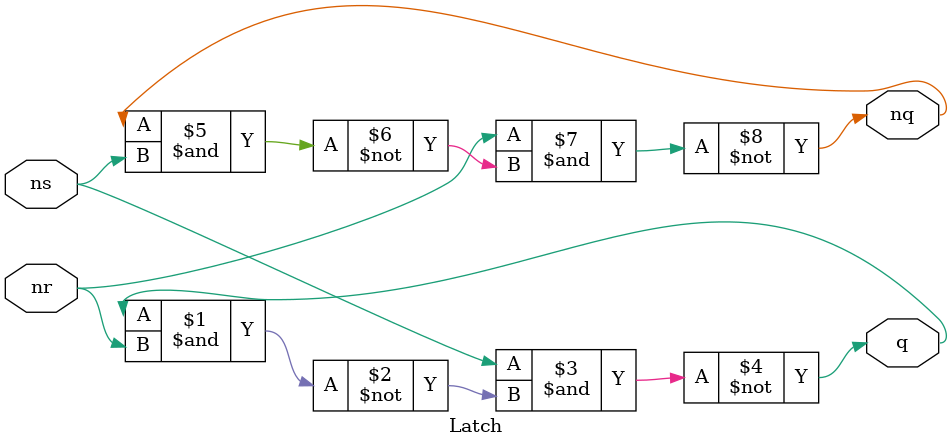
<source format=v>
module Latch(
  input ns,
  input nr,
  output q,
  output nq
);

  // INSERT LOGIC HERE
  assign q = ~(ns & ~(q & nr));
  assign nq = ~(nr & ~(nq & ns));

endmodule

</source>
